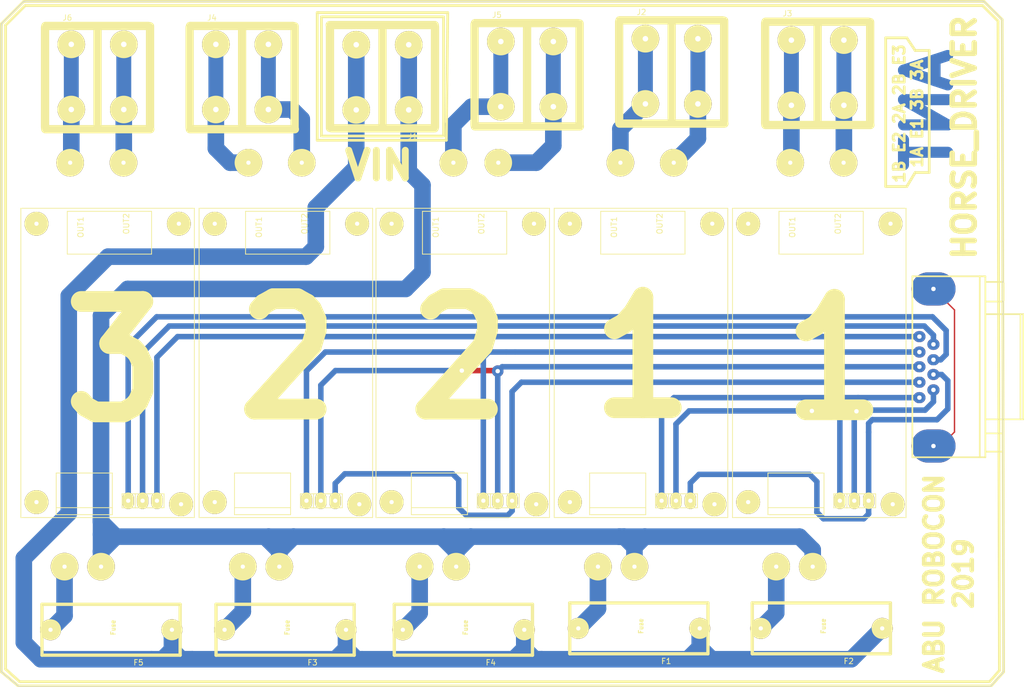
<source format=kicad_pcb>
(kicad_pcb (version 20171130) (host pcbnew "(5.0.2)-1")

  (general
    (thickness 1.6)
    (drawings 56)
    (tracks 216)
    (zones 0)
    (modules 17)
    (nets 28)
  )

  (page A4)
  (layers
    (0 F.Cu signal)
    (31 B.Cu signal)
    (32 B.Adhes user)
    (33 F.Adhes user)
    (34 B.Paste user)
    (35 F.Paste user)
    (36 B.SilkS user)
    (37 F.SilkS user)
    (38 B.Mask user)
    (39 F.Mask user)
    (40 Dwgs.User user)
    (41 Cmts.User user)
    (42 Eco1.User user)
    (43 Eco2.User user)
    (44 Edge.Cuts user)
    (45 Margin user)
    (46 B.CrtYd user)
    (47 F.CrtYd user)
    (48 B.Fab user)
    (49 F.Fab user)
  )

  (setup
    (last_trace_width 0.25)
    (user_trace_width 0.8)
    (user_trace_width 1)
    (user_trace_width 2)
    (user_trace_width 2.5)
    (user_trace_width 2.7)
    (user_trace_width 3)
    (trace_clearance 0.2)
    (zone_clearance 1)
    (zone_45_only yes)
    (trace_min 0.2)
    (segment_width 0.5)
    (edge_width 0.15)
    (via_size 0.8)
    (via_drill 0.4)
    (via_min_size 0.4)
    (via_min_drill 0.3)
    (user_via 2.1 0.8)
    (uvia_size 0.3)
    (uvia_drill 0.1)
    (uvias_allowed no)
    (uvia_min_size 0.2)
    (uvia_min_drill 0.1)
    (pcb_text_width 0.3)
    (pcb_text_size 1.5 1.5)
    (mod_edge_width 0.15)
    (mod_text_size 1 1)
    (mod_text_width 0.15)
    (pad_size 4 4)
    (pad_drill 0.762)
    (pad_to_mask_clearance 0.051)
    (solder_mask_min_width 0.25)
    (aux_axis_origin 0 0)
    (visible_elements 7FFFFFFF)
    (pcbplotparams
      (layerselection 0x010fc_ffffffff)
      (usegerberextensions false)
      (usegerberattributes false)
      (usegerberadvancedattributes false)
      (creategerberjobfile false)
      (excludeedgelayer true)
      (linewidth 0.100000)
      (plotframeref false)
      (viasonmask false)
      (mode 1)
      (useauxorigin false)
      (hpglpennumber 1)
      (hpglpenspeed 20)
      (hpglpendiameter 15.000000)
      (psnegative false)
      (psa4output false)
      (plotreference true)
      (plotvalue true)
      (plotinvisibletext false)
      (padsonsilk false)
      (subtractmaskfromsilk false)
      (outputformat 1)
      (mirror false)
      (drillshape 1)
      (scaleselection 1)
      (outputdirectory ""))
  )

  (net 0 "")
  (net 1 "Net-(F1-Pad1)")
  (net 2 +24V)
  (net 3 "Net-(F2-Pad1)")
  (net 4 "Net-(F3-Pad1)")
  (net 5 "Net-(F4-Pad1)")
  (net 6 "Net-(F5-Pad1)")
  (net 7 GND)
  (net 8 "Net-(J2-Pad1)")
  (net 9 "Net-(J2-Pad2)")
  (net 10 "Net-(J3-Pad2)")
  (net 11 "Net-(J3-Pad1)")
  (net 12 "Net-(J4-Pad2)")
  (net 13 "Net-(J4-Pad1)")
  (net 14 "Net-(J5-Pad1)")
  (net 15 "Net-(J5-Pad2)")
  (net 16 "Net-(J6-Pad2)")
  (net 17 "Net-(J6-Pad1)")
  (net 18 "Net-(J7-Pad0)")
  (net 19 /E1)
  (net 20 /I1A)
  (net 21 /I1B)
  (net 22 /I2B)
  (net 23 /I2A)
  (net 24 /E2)
  (net 25 /I3B)
  (net 26 /I3A)
  (net 27 /E3)

  (net_class Default "This is the default net class."
    (clearance 0.2)
    (trace_width 0.25)
    (via_dia 0.8)
    (via_drill 0.4)
    (uvia_dia 0.3)
    (uvia_drill 0.1)
    (add_net +24V)
    (add_net /E1)
    (add_net /E2)
    (add_net /E3)
    (add_net /I1A)
    (add_net /I1B)
    (add_net /I2A)
    (add_net /I2B)
    (add_net /I3A)
    (add_net /I3B)
    (add_net GND)
    (add_net "Net-(F1-Pad1)")
    (add_net "Net-(F2-Pad1)")
    (add_net "Net-(F3-Pad1)")
    (add_net "Net-(F4-Pad1)")
    (add_net "Net-(F5-Pad1)")
    (add_net "Net-(J2-Pad1)")
    (add_net "Net-(J2-Pad2)")
    (add_net "Net-(J3-Pad1)")
    (add_net "Net-(J3-Pad2)")
    (add_net "Net-(J4-Pad1)")
    (add_net "Net-(J4-Pad2)")
    (add_net "Net-(J5-Pad1)")
    (add_net "Net-(J5-Pad2)")
    (add_net "Net-(J6-Pad1)")
    (add_net "Net-(J6-Pad2)")
    (add_net "Net-(J7-Pad0)")
  )

  (module modFiles:H_Bridge (layer F.Cu) (tedit 5D19726F) (tstamp 5D195244)
    (at 196.088 114.554 270)
    (path /5D194DCC)
    (fp_text reference U2 (at -6.1722 7.1882 270) (layer F.SilkS) hide
      (effects (font (size 1 1) (thickness 0.15)))
    )
    (fp_text value Motor_Driver (at 0 -20.955 270) (layer F.SilkS) hide
      (effects (font (size 1 1) (thickness 0.15)))
    )
    (fp_line (start 2.52476 -2.55016) (end 2.52476 7.59968) (layer F.SilkS) (width 0.15))
    (fp_line (start 3.79984 -2.55016) (end 3.79984 7.59968) (layer F.SilkS) (width 0.15))
    (fp_line (start 3.79984 7.59968) (end -3.74904 7.59968) (layer F.SilkS) (width 0.15))
    (fp_line (start -3.74904 7.59968) (end -3.74904 -2.55016) (layer F.SilkS) (width 0.15))
    (fp_line (start -3.74904 -2.55016) (end 3.79984 -2.55016) (layer F.SilkS) (width 0.15))
    (fp_line (start 0.01524 -6.69544) (end 2.57048 -6.69544) (layer F.SilkS) (width 0.15))
    (fp_line (start 2.57048 -6.69544) (end 2.55016 -6.70052) (layer F.SilkS) (width 0.15))
    (fp_line (start 2.54508 -11.89736) (end 2.55524 -4.32308) (layer F.SilkS) (width 0.15))
    (fp_line (start 2.55524 -4.32308) (end 0.02032 -4.32308) (layer F.SilkS) (width 0.15))
    (fp_line (start 0.02032 -4.32308) (end 0.02032 -11.89736) (layer F.SilkS) (width 0.15))
    (fp_line (start 0.02032 -11.89736) (end 2.54508 -11.89736) (layer F.SilkS) (width 0.15))
    (fp_text user OUT2 (at -48.895 -5.08 270) (layer F.SilkS)
      (effects (font (size 1 1) (thickness 0.15)))
    )
    (fp_text user OUT1 (at -48.26 3.175 270) (layer F.SilkS)
      (effects (font (size 1 1) (thickness 0.15)))
    )
    (fp_line (start -51.13528 -9.652) (end -43.38828 -9.652) (layer F.SilkS) (width 0.15))
    (fp_line (start -43.38828 -9.652) (end -43.38828 5.59816) (layer F.SilkS) (width 0.15))
    (fp_line (start -43.38828 5.59816) (end -51.13528 5.59816) (layer F.SilkS) (width 0.15))
    (fp_line (start -51.13528 5.59816) (end -51.13528 -9.652) (layer F.SilkS) (width 0.15))
    (fp_line (start -51.69408 -17.39392) (end 4.30784 -17.39392) (layer F.SilkS) (width 0.15))
    (fp_line (start 4.30784 -17.39392) (end 4.30784 14.00556) (layer F.SilkS) (width 0.15))
    (fp_line (start 4.30784 14.00556) (end -51.69408 14.00556) (layer F.SilkS) (width 0.15))
    (fp_line (start -51.69408 14.00556) (end -51.69408 -17.39392) (layer F.SilkS) (width 0.15))
    (pad "" thru_hole circle (at -48.895 -14.58976 270) (size 4.318 4.318) (drill 0.762) (layers *.Cu *.Mask F.SilkS))
    (pad "" thru_hole circle (at 1.905 -14.986 270) (size 4.318 4.318) (drill 0.762) (layers *.Cu *.Mask F.SilkS))
    (pad "" thru_hole circle (at 1.51892 11.176 270) (size 4.318 4.318) (drill 0.762) (layers *.Cu *.Mask F.SilkS))
    (pad "" thru_hole circle (at -48.88992 11.176 270) (size 4.318 4.318) (drill 0.762) (layers *.Cu *.Mask F.SilkS))
    (pad 2 thru_hole circle (at -59.944 -6.096 270) (size 5 5) (drill 0.762) (layers *.Cu *.Mask F.SilkS)
      (net 10 "Net-(J3-Pad2)"))
    (pad 1 thru_hole circle (at -59.944 3.556 270) (size 5 5) (drill 0.762) (layers *.Cu *.Mask F.SilkS)
      (net 11 "Net-(J3-Pad1)"))
    (pad 3 thru_hole oval (at 1.27 -10.62228 270) (size 3 2.032) (drill 0.762) (layers *.Cu *.Mask F.SilkS)
      (net 19 /E1) (clearance 0.254))
    (pad 4 thru_hole oval (at 1.27 -8.02132 270) (size 3 2.032) (drill 0.762) (layers *.Cu *.Mask F.SilkS)
      (net 20 /I1A) (clearance -0.254))
    (pad 5 thru_hole oval (at 1.27 -5.42036 270) (size 3 2.032) (drill 0.762) (layers *.Cu *.Mask F.SilkS)
      (net 21 /I1B) (clearance -0.254))
    (pad 7 thru_hole circle (at 13.208 -0.508 270) (size 5 5) (drill 0.762) (layers *.Cu *.Mask F.SilkS)
      (net 7 GND))
    (pad 6 thru_hole circle (at 13.208 6.096 270) (size 5 5) (drill 0.762) (layers *.Cu *.Mask F.SilkS)
      (net 3 "Net-(F2-Pad1)"))
  )

  (module modFiles:H_Bridge (layer F.Cu) (tedit 5D197211) (tstamp 5D19528C)
    (at 131.572 114.554 270)
    (path /5D194E29)
    (fp_text reference U4 (at -6.1722 7.1882 270) (layer F.SilkS) hide
      (effects (font (size 1 1) (thickness 0.15)))
    )
    (fp_text value Motor_Driver (at 0 -20.955 270) (layer F.SilkS) hide
      (effects (font (size 1 1) (thickness 0.15)))
    )
    (fp_line (start 2.52476 -2.55016) (end 2.52476 7.59968) (layer F.SilkS) (width 0.15))
    (fp_line (start 3.79984 -2.55016) (end 3.79984 7.59968) (layer F.SilkS) (width 0.15))
    (fp_line (start 3.79984 7.59968) (end -3.74904 7.59968) (layer F.SilkS) (width 0.15))
    (fp_line (start -3.74904 7.59968) (end -3.74904 -2.55016) (layer F.SilkS) (width 0.15))
    (fp_line (start -3.74904 -2.55016) (end 3.79984 -2.55016) (layer F.SilkS) (width 0.15))
    (fp_line (start 0.01524 -6.69544) (end 2.57048 -6.69544) (layer F.SilkS) (width 0.15))
    (fp_line (start 2.57048 -6.69544) (end 2.55016 -6.70052) (layer F.SilkS) (width 0.15))
    (fp_line (start 2.54508 -11.89736) (end 2.55524 -4.32308) (layer F.SilkS) (width 0.15))
    (fp_line (start 2.55524 -4.32308) (end 0.02032 -4.32308) (layer F.SilkS) (width 0.15))
    (fp_line (start 0.02032 -4.32308) (end 0.02032 -11.89736) (layer F.SilkS) (width 0.15))
    (fp_line (start 0.02032 -11.89736) (end 2.54508 -11.89736) (layer F.SilkS) (width 0.15))
    (fp_text user OUT2 (at -48.895 -5.08 270) (layer F.SilkS)
      (effects (font (size 1 1) (thickness 0.15)))
    )
    (fp_text user OUT1 (at -48.26 3.175 270) (layer F.SilkS)
      (effects (font (size 1 1) (thickness 0.15)))
    )
    (fp_line (start -51.13528 -9.652) (end -43.38828 -9.652) (layer F.SilkS) (width 0.15))
    (fp_line (start -43.38828 -9.652) (end -43.38828 5.59816) (layer F.SilkS) (width 0.15))
    (fp_line (start -43.38828 5.59816) (end -51.13528 5.59816) (layer F.SilkS) (width 0.15))
    (fp_line (start -51.13528 5.59816) (end -51.13528 -9.652) (layer F.SilkS) (width 0.15))
    (fp_line (start -51.69408 -17.39392) (end 4.30784 -17.39392) (layer F.SilkS) (width 0.15))
    (fp_line (start 4.30784 -17.39392) (end 4.30784 14.00556) (layer F.SilkS) (width 0.15))
    (fp_line (start 4.30784 14.00556) (end -51.69408 14.00556) (layer F.SilkS) (width 0.15))
    (fp_line (start -51.69408 14.00556) (end -51.69408 -17.39392) (layer F.SilkS) (width 0.15))
    (pad "" thru_hole circle (at -48.895 -14.58976 270) (size 4.318 4.318) (drill 0.762) (layers *.Cu *.Mask F.SilkS))
    (pad "" thru_hole circle (at 1.905 -14.986 270) (size 4.318 4.318) (drill 0.762) (layers *.Cu *.Mask F.SilkS))
    (pad "" thru_hole circle (at 1.51892 11.176 270) (size 4.318 4.318) (drill 0.762) (layers *.Cu *.Mask F.SilkS))
    (pad "" thru_hole circle (at -48.88992 11.176 270) (size 4.318 4.318) (drill 0.762) (layers *.Cu *.Mask F.SilkS))
    (pad 2 thru_hole circle (at -59.944 -8.128 270) (size 5 5) (drill 0.762) (layers *.Cu *.Mask F.SilkS)
      (net 15 "Net-(J5-Pad2)"))
    (pad 1 thru_hole circle (at -59.944 0 270) (size 5 5) (drill 0.762) (layers *.Cu *.Mask F.SilkS)
      (net 14 "Net-(J5-Pad1)"))
    (pad 3 thru_hole oval (at 1.27 -10.62228 270) (size 3 2.032) (drill 0.762) (layers *.Cu *.Mask F.SilkS)
      (net 24 /E2) (clearance 0.254))
    (pad 4 thru_hole oval (at 1.27 -8.02132 270) (size 3 2.032) (drill 0.762) (layers *.Cu *.Mask F.SilkS)
      (net 23 /I2A) (clearance -0.254))
    (pad 5 thru_hole oval (at 1.27 -5.42036 270) (size 3 2.032) (drill 0.762) (layers *.Cu *.Mask F.SilkS)
      (net 22 /I2B) (clearance -0.254))
    (pad 7 thru_hole circle (at 13.208 -0.508 270) (size 5 5) (drill 0.762) (layers *.Cu *.Mask F.SilkS)
      (net 7 GND))
    (pad 6 thru_hole circle (at 13.208 6.096 270) (size 5 5) (drill 0.762) (layers *.Cu *.Mask F.SilkS)
      (net 5 "Net-(F4-Pad1)"))
  )

  (module modFiles:H_Bridge (layer F.Cu) (tedit 5D197157) (tstamp 5D195220)
    (at 163.83 114.554 270)
    (path /5D194D0F)
    (fp_text reference U1 (at -6.1722 7.1882 270) (layer F.SilkS) hide
      (effects (font (size 1 1) (thickness 0.15)))
    )
    (fp_text value Motor_Driver (at 0 -20.955 270) (layer F.SilkS) hide
      (effects (font (size 1 1) (thickness 0.15)))
    )
    (fp_line (start 2.52476 -2.55016) (end 2.52476 7.59968) (layer F.SilkS) (width 0.15))
    (fp_line (start 3.79984 -2.55016) (end 3.79984 7.59968) (layer F.SilkS) (width 0.15))
    (fp_line (start 3.79984 7.59968) (end -3.74904 7.59968) (layer F.SilkS) (width 0.15))
    (fp_line (start -3.74904 7.59968) (end -3.74904 -2.55016) (layer F.SilkS) (width 0.15))
    (fp_line (start -3.74904 -2.55016) (end 3.79984 -2.55016) (layer F.SilkS) (width 0.15))
    (fp_line (start 0.01524 -6.69544) (end 2.57048 -6.69544) (layer F.SilkS) (width 0.15))
    (fp_line (start 2.57048 -6.69544) (end 2.55016 -6.70052) (layer F.SilkS) (width 0.15))
    (fp_line (start 2.54508 -11.89736) (end 2.55524 -4.32308) (layer F.SilkS) (width 0.15))
    (fp_line (start 2.55524 -4.32308) (end 0.02032 -4.32308) (layer F.SilkS) (width 0.15))
    (fp_line (start 0.02032 -4.32308) (end 0.02032 -11.89736) (layer F.SilkS) (width 0.15))
    (fp_line (start 0.02032 -11.89736) (end 2.54508 -11.89736) (layer F.SilkS) (width 0.15))
    (fp_text user OUT2 (at -48.895 -5.08 270) (layer F.SilkS)
      (effects (font (size 1 1) (thickness 0.15)))
    )
    (fp_text user OUT1 (at -48.26 3.175 270) (layer F.SilkS)
      (effects (font (size 1 1) (thickness 0.15)))
    )
    (fp_line (start -51.13528 -9.652) (end -43.38828 -9.652) (layer F.SilkS) (width 0.15))
    (fp_line (start -43.38828 -9.652) (end -43.38828 5.59816) (layer F.SilkS) (width 0.15))
    (fp_line (start -43.38828 5.59816) (end -51.13528 5.59816) (layer F.SilkS) (width 0.15))
    (fp_line (start -51.13528 5.59816) (end -51.13528 -9.652) (layer F.SilkS) (width 0.15))
    (fp_line (start -51.69408 -17.39392) (end 4.30784 -17.39392) (layer F.SilkS) (width 0.15))
    (fp_line (start 4.30784 -17.39392) (end 4.30784 14.00556) (layer F.SilkS) (width 0.15))
    (fp_line (start 4.30784 14.00556) (end -51.69408 14.00556) (layer F.SilkS) (width 0.15))
    (fp_line (start -51.69408 14.00556) (end -51.69408 -17.39392) (layer F.SilkS) (width 0.15))
    (pad "" thru_hole circle (at -48.895 -14.58976 270) (size 4.318 4.318) (drill 0.762) (layers *.Cu *.Mask F.SilkS))
    (pad "" thru_hole circle (at 1.905 -14.986 270) (size 4.318 4.318) (drill 0.762) (layers *.Cu *.Mask F.SilkS))
    (pad "" thru_hole circle (at 1.51892 11.176 270) (size 4.318 4.318) (drill 0.762) (layers *.Cu *.Mask F.SilkS))
    (pad "" thru_hole circle (at -48.88992 11.176 270) (size 4.318 4.318) (drill 0.762) (layers *.Cu *.Mask F.SilkS))
    (pad 2 thru_hole circle (at -59.944 -7.62 270) (size 5 5) (drill 0.762) (layers *.Cu *.Mask F.SilkS)
      (net 9 "Net-(J2-Pad2)"))
    (pad 1 thru_hole circle (at -59.944 2.032 270) (size 5 5) (drill 0.762) (layers *.Cu *.Mask F.SilkS)
      (net 8 "Net-(J2-Pad1)"))
    (pad 3 thru_hole oval (at 1.27 -10.62228 270) (size 3 2.032) (drill 0.762) (layers *.Cu *.Mask F.SilkS)
      (net 19 /E1) (clearance 0.254))
    (pad 4 thru_hole oval (at 1.27 -8.02132 270) (size 3 2.032) (drill 0.762) (layers *.Cu *.Mask F.SilkS)
      (net 20 /I1A) (clearance -0.254))
    (pad 5 thru_hole oval (at 1.27 -5.42036 270) (size 3 2.032) (drill 0.762) (layers *.Cu *.Mask F.SilkS)
      (net 21 /I1B) (clearance -0.254))
    (pad 7 thru_hole circle (at 13.208 -0.508 270) (size 5 5) (drill 0.762) (layers *.Cu *.Mask F.SilkS)
      (net 7 GND))
    (pad 6 thru_hole circle (at 13.208 6.096 270) (size 5 5) (drill 0.762) (layers *.Cu *.Mask F.SilkS)
      (net 1 "Net-(F1-Pad1)"))
  )

  (module modFiles:Connector_DB_9 (layer F.Cu) (tedit 5D196915) (tstamp 5D1951FC)
    (at 215.9 86.106 270)
    (descr "Connecteur DB9 femelle couche")
    (tags "CONN DB9")
    (path /5D195526)
    (fp_text reference J7 (at 5.46 2.28 270) (layer F.SilkS) hide
      (effects (font (size 1 1) (thickness 0.15)))
    )
    (fp_text value DB9_Female_MountingHoles (at 6.35 -6.35 270) (layer F.Fab)
      (effects (font (size 1 1) (thickness 0.15)))
    )
    (fp_line (start 20.828 -11.938) (end 20.828 -14.986) (layer F.SilkS) (width 0.3))
    (fp_line (start 20.828 -14.986) (end 20.574 -15.24) (layer F.SilkS) (width 0.3))
    (fp_line (start 20.574 -15.24) (end 17.78 -15.24) (layer F.SilkS) (width 0.3))
    (fp_line (start 17.78 -15.24) (end 17.526 -14.986) (layer F.SilkS) (width 0.3))
    (fp_line (start 17.526 -14.986) (end 17.526 -11.938) (layer F.SilkS) (width 0.3))
    (fp_line (start -10.922 -11.938) (end -10.922 -11.684) (layer F.SilkS) (width 0.3))
    (fp_line (start -9.906 -11.938) (end -9.906 -14.986) (layer F.SilkS) (width 0.3))
    (fp_line (start -9.906 -14.986) (end -9.652 -15.24) (layer F.SilkS) (width 0.3))
    (fp_line (start -9.652 -15.24) (end -6.604 -15.24) (layer F.SilkS) (width 0.3))
    (fp_line (start -6.604 -15.24) (end -6.35 -14.986) (layer F.SilkS) (width 0.3))
    (fp_line (start -6.35 -14.986) (end -6.35 -11.938) (layer F.SilkS) (width 0.3))
    (fp_line (start -4.064 -18.288) (end 14.986 -18.288) (layer F.SilkS) (width 0.3))
    (fp_line (start -4.064 -11.938) (end -4.064 -18.796) (layer F.SilkS) (width 0.3))
    (fp_line (start -4.064 -18.796) (end 14.986 -18.796) (layer F.SilkS) (width 0.3))
    (fp_line (start 14.986 -18.796) (end 14.986 -11.938) (layer F.SilkS) (width 0.3))
    (fp_line (start -10.922 -10.922) (end -10.922 -11.684) (layer F.SilkS) (width 0.3))
    (fp_line (start -10.922 -11.938) (end 20.574 -11.938) (layer F.SilkS) (width 0.3))
    (fp_line (start 20.574 -11.938) (end 21.844 -11.938) (layer F.SilkS) (width 0.3))
    (fp_line (start 21.844 -11.938) (end 21.844 -10.922) (layer F.SilkS) (width 0.3))
    (fp_line (start 21.844 1.016) (end 21.844 1.27) (layer F.SilkS) (width 0.3))
    (fp_line (start 21.844 1.27) (end 3.556 1.27) (layer F.SilkS) (width 0.3))
    (fp_line (start 3.556 1.27) (end -10.922 1.27) (layer F.SilkS) (width 0.3))
    (fp_line (start -10.922 1.27) (end -10.922 1.016) (layer F.SilkS) (width 0.3))
    (fp_line (start 21.59 -10.922) (end 21.844 -10.922) (layer F.SilkS) (width 0.3))
    (fp_line (start 21.844 -10.922) (end 21.844 1.016) (layer F.SilkS) (width 0.3))
    (fp_line (start 21.59 -10.922) (end -5.588 -10.922) (layer F.SilkS) (width 0.3))
    (fp_line (start -5.588 -10.922) (end -10.16 -10.922) (layer F.SilkS) (width 0.3))
    (fp_line (start -10.16 -10.922) (end -10.922 -10.922) (layer F.SilkS) (width 0.3))
    (fp_line (start -10.922 -10.922) (end -10.922 1.016) (layer F.SilkS) (width 0.3))
    (pad 9 thru_hole oval (at 9.65 -2.54 270) (size 2 2.2) (drill 0.8) (layers *.Cu *.Mask)
      (net 20 /I1A))
    (pad 8 thru_hole oval (at 6.86 -2.54 270) (size 2 2.2) (drill 0.8) (layers *.Cu *.Mask)
      (net 19 /E1))
    (pad 7 thru_hole oval (at 4.19 -2.54 270) (size 2 2.2) (drill 0.8) (layers *.Cu *.Mask)
      (net 25 /I3B))
    (pad 6 thru_hole oval (at 1.4 -2.54 270) (size 2 2.2) (drill 0.8) (layers *.Cu *.Mask)
      (net 26 /I3A))
    (pad 5 thru_hole oval (at 11.05 0 270) (size 2 2.2) (drill 0.8) (layers *.Cu *.Mask)
      (net 21 /I1B))
    (pad 4 thru_hole oval (at 8.26 0 270) (size 2 2.2) (drill 0.8) (layers *.Cu *.Mask)
      (net 24 /E2))
    (pad 3 thru_hole oval (at 5.46 0 270) (size 2 2.2) (drill 0.8) (layers *.Cu *.Mask)
      (net 23 /I2A))
    (pad 2 thru_hole oval (at 2.79 0 270) (size 2 2.2) (drill 0.8) (layers *.Cu *.Mask)
      (net 22 /I2B))
    (pad 1 thru_hole oval (at 0 0 270) (size 2 2.2) (drill 0.8) (layers *.Cu *.Mask)
      (net 27 /E3))
    (pad 0 thru_hole oval (at -8.636 -2.54 270) (size 6 8) (drill 0.8) (layers *.Cu *.Mask)
      (net 18 "Net-(J7-Pad0)"))
    (pad 0 thru_hole oval (at 19.812 -2.54 270) (size 6 8) (drill 0.8) (layers *.Cu *.Mask)
      (net 18 "Net-(J7-Pad0)"))
    (model _3D/Used/db_9f.wrl
      (offset (xyz 5.5371999168396 8.381999874114991 0))
      (scale (xyz 1 1 1))
      (rotate (xyz 0 0 180))
    )
  )

  (module modFiles:H_Bridge (layer F.Cu) (tedit 5D196879) (tstamp 5D1952B0)
    (at 67.31 114.554 270)
    (path /5D194E59)
    (fp_text reference U5 (at -6.1722 7.1882 270) (layer F.SilkS) hide
      (effects (font (size 1 1) (thickness 0.15)))
    )
    (fp_text value Motor_Driver (at 0 -20.955 270) (layer F.SilkS) hide
      (effects (font (size 1 1) (thickness 0.15)))
    )
    (fp_line (start 2.52476 -2.55016) (end 2.52476 7.59968) (layer F.SilkS) (width 0.15))
    (fp_line (start 3.79984 -2.55016) (end 3.79984 7.59968) (layer F.SilkS) (width 0.15))
    (fp_line (start 3.79984 7.59968) (end -3.74904 7.59968) (layer F.SilkS) (width 0.15))
    (fp_line (start -3.74904 7.59968) (end -3.74904 -2.55016) (layer F.SilkS) (width 0.15))
    (fp_line (start -3.74904 -2.55016) (end 3.79984 -2.55016) (layer F.SilkS) (width 0.15))
    (fp_line (start 0.01524 -6.69544) (end 2.57048 -6.69544) (layer F.SilkS) (width 0.15))
    (fp_line (start 2.57048 -6.69544) (end 2.55016 -6.70052) (layer F.SilkS) (width 0.15))
    (fp_line (start 2.54508 -11.89736) (end 2.55524 -4.32308) (layer F.SilkS) (width 0.15))
    (fp_line (start 2.55524 -4.32308) (end 0.02032 -4.32308) (layer F.SilkS) (width 0.15))
    (fp_line (start 0.02032 -4.32308) (end 0.02032 -11.89736) (layer F.SilkS) (width 0.15))
    (fp_line (start 0.02032 -11.89736) (end 2.54508 -11.89736) (layer F.SilkS) (width 0.15))
    (fp_text user OUT2 (at -48.895 -5.08 270) (layer F.SilkS)
      (effects (font (size 1 1) (thickness 0.15)))
    )
    (fp_text user OUT1 (at -48.26 3.175 270) (layer F.SilkS)
      (effects (font (size 1 1) (thickness 0.15)))
    )
    (fp_line (start -51.13528 -9.652) (end -43.38828 -9.652) (layer F.SilkS) (width 0.15))
    (fp_line (start -43.38828 -9.652) (end -43.38828 5.59816) (layer F.SilkS) (width 0.15))
    (fp_line (start -43.38828 5.59816) (end -51.13528 5.59816) (layer F.SilkS) (width 0.15))
    (fp_line (start -51.13528 5.59816) (end -51.13528 -9.652) (layer F.SilkS) (width 0.15))
    (fp_line (start -51.69408 -17.39392) (end 4.30784 -17.39392) (layer F.SilkS) (width 0.15))
    (fp_line (start 4.30784 -17.39392) (end 4.30784 14.00556) (layer F.SilkS) (width 0.15))
    (fp_line (start 4.30784 14.00556) (end -51.69408 14.00556) (layer F.SilkS) (width 0.15))
    (fp_line (start -51.69408 14.00556) (end -51.69408 -17.39392) (layer F.SilkS) (width 0.15))
    (pad "" thru_hole circle (at -48.895 -14.58976 270) (size 4.318 4.318) (drill 0.762) (layers *.Cu *.Mask F.SilkS))
    (pad "" thru_hole circle (at 1.905 -14.986 270) (size 4.318 4.318) (drill 0.762) (layers *.Cu *.Mask F.SilkS))
    (pad "" thru_hole circle (at 1.51892 11.176 270) (size 4.318 4.318) (drill 0.762) (layers *.Cu *.Mask F.SilkS))
    (pad "" thru_hole circle (at -48.88992 11.176 270) (size 4.318 4.318) (drill 0.762) (layers *.Cu *.Mask F.SilkS))
    (pad 2 thru_hole circle (at -59.944 -4.572 270) (size 5 5) (drill 0.762) (layers *.Cu *.Mask F.SilkS)
      (net 16 "Net-(J6-Pad2)"))
    (pad 1 thru_hole circle (at -59.944 5.08 270) (size 5 5) (drill 0.762) (layers *.Cu *.Mask F.SilkS)
      (net 17 "Net-(J6-Pad1)"))
    (pad 3 thru_hole oval (at 1.27 -10.62228 270) (size 3 2.032) (drill 0.762) (layers *.Cu *.Mask F.SilkS)
      (net 27 /E3) (clearance 0.254))
    (pad 4 thru_hole oval (at 1.27 -8.02132 270) (size 3 2.032) (drill 0.762) (layers *.Cu *.Mask F.SilkS)
      (net 26 /I3A) (clearance -0.254))
    (pad 5 thru_hole oval (at 1.27 -5.42036 270) (size 3 2.032) (drill 0.762) (layers *.Cu *.Mask F.SilkS)
      (net 25 /I3B) (clearance -0.254))
    (pad 7 thru_hole circle (at 13.208 -0.508 270) (size 5 5) (drill 0.762) (layers *.Cu *.Mask F.SilkS)
      (net 7 GND))
    (pad 6 thru_hole circle (at 13.208 6.096 270) (size 5 5) (drill 0.762) (layers *.Cu *.Mask F.SilkS)
      (net 6 "Net-(F5-Pad1)"))
  )

  (module modFiles:H_Bridge (layer F.Cu) (tedit 5D196879) (tstamp 5D195268)
    (at 99.568 114.554 270)
    (path /5D194DF4)
    (fp_text reference U3 (at -6.1722 7.1882 270) (layer F.SilkS) hide
      (effects (font (size 1 1) (thickness 0.15)))
    )
    (fp_text value Motor_Driver (at 0 -20.955 270) (layer F.SilkS) hide
      (effects (font (size 1 1) (thickness 0.15)))
    )
    (fp_line (start 2.52476 -2.55016) (end 2.52476 7.59968) (layer F.SilkS) (width 0.15))
    (fp_line (start 3.79984 -2.55016) (end 3.79984 7.59968) (layer F.SilkS) (width 0.15))
    (fp_line (start 3.79984 7.59968) (end -3.74904 7.59968) (layer F.SilkS) (width 0.15))
    (fp_line (start -3.74904 7.59968) (end -3.74904 -2.55016) (layer F.SilkS) (width 0.15))
    (fp_line (start -3.74904 -2.55016) (end 3.79984 -2.55016) (layer F.SilkS) (width 0.15))
    (fp_line (start 0.01524 -6.69544) (end 2.57048 -6.69544) (layer F.SilkS) (width 0.15))
    (fp_line (start 2.57048 -6.69544) (end 2.55016 -6.70052) (layer F.SilkS) (width 0.15))
    (fp_line (start 2.54508 -11.89736) (end 2.55524 -4.32308) (layer F.SilkS) (width 0.15))
    (fp_line (start 2.55524 -4.32308) (end 0.02032 -4.32308) (layer F.SilkS) (width 0.15))
    (fp_line (start 0.02032 -4.32308) (end 0.02032 -11.89736) (layer F.SilkS) (width 0.15))
    (fp_line (start 0.02032 -11.89736) (end 2.54508 -11.89736) (layer F.SilkS) (width 0.15))
    (fp_text user OUT2 (at -48.895 -5.08 270) (layer F.SilkS)
      (effects (font (size 1 1) (thickness 0.15)))
    )
    (fp_text user OUT1 (at -48.26 3.175 270) (layer F.SilkS)
      (effects (font (size 1 1) (thickness 0.15)))
    )
    (fp_line (start -51.13528 -9.652) (end -43.38828 -9.652) (layer F.SilkS) (width 0.15))
    (fp_line (start -43.38828 -9.652) (end -43.38828 5.59816) (layer F.SilkS) (width 0.15))
    (fp_line (start -43.38828 5.59816) (end -51.13528 5.59816) (layer F.SilkS) (width 0.15))
    (fp_line (start -51.13528 5.59816) (end -51.13528 -9.652) (layer F.SilkS) (width 0.15))
    (fp_line (start -51.69408 -17.39392) (end 4.30784 -17.39392) (layer F.SilkS) (width 0.15))
    (fp_line (start 4.30784 -17.39392) (end 4.30784 14.00556) (layer F.SilkS) (width 0.15))
    (fp_line (start 4.30784 14.00556) (end -51.69408 14.00556) (layer F.SilkS) (width 0.15))
    (fp_line (start -51.69408 14.00556) (end -51.69408 -17.39392) (layer F.SilkS) (width 0.15))
    (pad "" thru_hole circle (at -48.895 -14.58976 270) (size 4.318 4.318) (drill 0.762) (layers *.Cu *.Mask F.SilkS))
    (pad "" thru_hole circle (at 1.905 -14.986 270) (size 4.318 4.318) (drill 0.762) (layers *.Cu *.Mask F.SilkS))
    (pad "" thru_hole circle (at 1.51892 11.176 270) (size 4.318 4.318) (drill 0.762) (layers *.Cu *.Mask F.SilkS))
    (pad "" thru_hole circle (at -48.88992 11.176 270) (size 4.318 4.318) (drill 0.762) (layers *.Cu *.Mask F.SilkS))
    (pad 2 thru_hole circle (at -59.944 -4.572 270) (size 5 5) (drill 0.762) (layers *.Cu *.Mask F.SilkS)
      (net 12 "Net-(J4-Pad2)"))
    (pad 1 thru_hole circle (at -59.944 5.08 270) (size 5 5) (drill 0.762) (layers *.Cu *.Mask F.SilkS)
      (net 13 "Net-(J4-Pad1)"))
    (pad 3 thru_hole oval (at 1.27 -10.62228 270) (size 3 2.032) (drill 0.762) (layers *.Cu *.Mask F.SilkS)
      (net 24 /E2) (clearance 0.254))
    (pad 4 thru_hole oval (at 1.27 -8.02132 270) (size 3 2.032) (drill 0.762) (layers *.Cu *.Mask F.SilkS)
      (net 23 /I2A) (clearance -0.254))
    (pad 5 thru_hole oval (at 1.27 -5.42036 270) (size 3 2.032) (drill 0.762) (layers *.Cu *.Mask F.SilkS)
      (net 22 /I2B) (clearance -0.254))
    (pad 7 thru_hole circle (at 13.208 -0.508 270) (size 5 5) (drill 0.762) (layers *.Cu *.Mask F.SilkS)
      (net 7 GND))
    (pad 6 thru_hole circle (at 13.208 6.096 270) (size 5 5) (drill 0.762) (layers *.Cu *.Mask F.SilkS)
      (net 4 "Net-(F3-Pad1)"))
  )

  (module modFiles:Fuse_Holder (layer F.Cu) (tedit 5ADE0D9F) (tstamp 5D19515A)
    (at 165.354 138.43 180)
    (path /5D196022)
    (fp_text reference F1 (at -4.7371 -6.4516 180) (layer F.SilkS)
      (effects (font (size 1 1) (thickness 0.15)))
    )
    (fp_text value Fuse (at -0.154 -0.098 270) (layer F.SilkS)
      (effects (font (size 0.8 0.8) (thickness 0.2)))
    )
    (fp_line (start -12.2809 4.1046) (end -12.2809 -5.1054) (layer F.SilkS) (width 0.6))
    (fp_line (start 12.7191 4.1046) (end -12.2809 4.1046) (layer F.SilkS) (width 0.6))
    (fp_line (start 12.7191 -5.1054) (end 12.7191 4.1046) (layer F.SilkS) (width 0.6))
    (fp_line (start -12.2809 -5.1054) (end 12.7191 -5.1054) (layer F.SilkS) (width 0.6))
    (pad 2 thru_hole circle (at -10.795 -0.508 270) (size 3.81 3.81) (drill 0.762) (layers *.Cu *.Mask F.SilkS)
      (net 2 +24V))
    (pad 1 thru_hole circle (at 11.176 -0.508 270) (size 3.81 3.81) (drill 0.762) (layers *.Cu *.Mask F.SilkS)
      (net 1 "Net-(F1-Pad1)"))
    (model _3D/Used/fuse_cq-200c.wrl
      (offset (xyz 0 0.5079999923706054 0))
      (scale (xyz 1 1 1))
      (rotate (xyz 0 0 90))
    )
  )

  (module modFiles:Fuse_Holder (layer F.Cu) (tedit 5ADE0D9F) (tstamp 5D195164)
    (at 198.374 138.43 180)
    (path /5D196165)
    (fp_text reference F2 (at -4.7371 -6.4516 180) (layer F.SilkS)
      (effects (font (size 1 1) (thickness 0.15)))
    )
    (fp_text value Fuse (at -0.154 -0.098 270) (layer F.SilkS)
      (effects (font (size 0.8 0.8) (thickness 0.2)))
    )
    (fp_line (start -12.2809 4.1046) (end -12.2809 -5.1054) (layer F.SilkS) (width 0.6))
    (fp_line (start 12.7191 4.1046) (end -12.2809 4.1046) (layer F.SilkS) (width 0.6))
    (fp_line (start 12.7191 -5.1054) (end 12.7191 4.1046) (layer F.SilkS) (width 0.6))
    (fp_line (start -12.2809 -5.1054) (end 12.7191 -5.1054) (layer F.SilkS) (width 0.6))
    (pad 2 thru_hole circle (at -10.795 -0.508 270) (size 3.81 3.81) (drill 0.762) (layers *.Cu *.Mask F.SilkS)
      (net 2 +24V))
    (pad 1 thru_hole circle (at 11.176 -0.508 270) (size 3.81 3.81) (drill 0.762) (layers *.Cu *.Mask F.SilkS)
      (net 3 "Net-(F2-Pad1)"))
    (model _3D/Used/fuse_cq-200c.wrl
      (offset (xyz 0 0.5079999923706054 0))
      (scale (xyz 1 1 1))
      (rotate (xyz 0 0 90))
    )
  )

  (module modFiles:Fuse_Holder (layer F.Cu) (tedit 5ADE0D9F) (tstamp 5D19516E)
    (at 101.346 138.684 180)
    (path /5D1961E1)
    (fp_text reference F3 (at -4.7371 -6.4516 180) (layer F.SilkS)
      (effects (font (size 1 1) (thickness 0.15)))
    )
    (fp_text value Fuse (at -0.154 -0.098 270) (layer F.SilkS)
      (effects (font (size 0.8 0.8) (thickness 0.2)))
    )
    (fp_line (start -12.2809 4.1046) (end -12.2809 -5.1054) (layer F.SilkS) (width 0.6))
    (fp_line (start 12.7191 4.1046) (end -12.2809 4.1046) (layer F.SilkS) (width 0.6))
    (fp_line (start 12.7191 -5.1054) (end 12.7191 4.1046) (layer F.SilkS) (width 0.6))
    (fp_line (start -12.2809 -5.1054) (end 12.7191 -5.1054) (layer F.SilkS) (width 0.6))
    (pad 2 thru_hole circle (at -10.795 -0.508 270) (size 3.81 3.81) (drill 0.762) (layers *.Cu *.Mask F.SilkS)
      (net 2 +24V))
    (pad 1 thru_hole circle (at 11.176 -0.508 270) (size 3.81 3.81) (drill 0.762) (layers *.Cu *.Mask F.SilkS)
      (net 4 "Net-(F3-Pad1)"))
    (model _3D/Used/fuse_cq-200c.wrl
      (offset (xyz 0 0.5079999923706054 0))
      (scale (xyz 1 1 1))
      (rotate (xyz 0 0 90))
    )
  )

  (module modFiles:Fuse_Holder (layer F.Cu) (tedit 5ADE0D9F) (tstamp 5D195178)
    (at 133.604 138.684 180)
    (path /5D196241)
    (fp_text reference F4 (at -4.7371 -6.4516 180) (layer F.SilkS)
      (effects (font (size 1 1) (thickness 0.15)))
    )
    (fp_text value Fuse (at -0.154 -0.098 270) (layer F.SilkS)
      (effects (font (size 0.8 0.8) (thickness 0.2)))
    )
    (fp_line (start -12.2809 4.1046) (end -12.2809 -5.1054) (layer F.SilkS) (width 0.6))
    (fp_line (start 12.7191 4.1046) (end -12.2809 4.1046) (layer F.SilkS) (width 0.6))
    (fp_line (start 12.7191 -5.1054) (end 12.7191 4.1046) (layer F.SilkS) (width 0.6))
    (fp_line (start -12.2809 -5.1054) (end 12.7191 -5.1054) (layer F.SilkS) (width 0.6))
    (pad 2 thru_hole circle (at -10.795 -0.508 270) (size 3.81 3.81) (drill 0.762) (layers *.Cu *.Mask F.SilkS)
      (net 2 +24V))
    (pad 1 thru_hole circle (at 11.176 -0.508 270) (size 3.81 3.81) (drill 0.762) (layers *.Cu *.Mask F.SilkS)
      (net 5 "Net-(F4-Pad1)"))
    (model _3D/Used/fuse_cq-200c.wrl
      (offset (xyz 0 0.5079999923706054 0))
      (scale (xyz 1 1 1))
      (rotate (xyz 0 0 90))
    )
  )

  (module modFiles:Fuse_Holder (layer F.Cu) (tedit 5ADE0D9F) (tstamp 5D195182)
    (at 69.85 138.684 180)
    (path /5D1962CD)
    (fp_text reference F5 (at -4.7371 -6.4516 180) (layer F.SilkS)
      (effects (font (size 1 1) (thickness 0.15)))
    )
    (fp_text value Fuse (at -0.154 -0.098 270) (layer F.SilkS)
      (effects (font (size 0.8 0.8) (thickness 0.2)))
    )
    (fp_line (start -12.2809 4.1046) (end -12.2809 -5.1054) (layer F.SilkS) (width 0.6))
    (fp_line (start 12.7191 4.1046) (end -12.2809 4.1046) (layer F.SilkS) (width 0.6))
    (fp_line (start 12.7191 -5.1054) (end 12.7191 4.1046) (layer F.SilkS) (width 0.6))
    (fp_line (start -12.2809 -5.1054) (end 12.7191 -5.1054) (layer F.SilkS) (width 0.6))
    (pad 2 thru_hole circle (at -10.795 -0.508 270) (size 3.81 3.81) (drill 0.762) (layers *.Cu *.Mask F.SilkS)
      (net 2 +24V))
    (pad 1 thru_hole circle (at 11.176 -0.508 270) (size 3.81 3.81) (drill 0.762) (layers *.Cu *.Mask F.SilkS)
      (net 6 "Net-(F5-Pad1)"))
    (model _3D/Used/fuse_cq-200c.wrl
      (offset (xyz 0 0.5079999923706054 0))
      (scale (xyz 1 1 1))
      (rotate (xyz 0 0 90))
    )
  )

  (module modFiles:Solar_Connector (layer F.Cu) (tedit 5ADE0D2B) (tstamp 5D19518F)
    (at 118.872 39.624 180)
    (path /5D1951C7)
    (fp_text reference J1 (at -5.334 -10.2362 180) (layer F.SilkS)
      (effects (font (size 1 1) (thickness 0.15)))
    )
    (fp_text value Conn_01x02 (at -8.128 -10.2362 180) (layer F.SilkS) hide
      (effects (font (size 1 1) (thickness 0.15)))
    )
    (fp_line (start 0.1274 8.9736) (end 0.1274 -8.0264) (layer F.SilkS) (width 1.5))
    (fp_line (start -9.3726 -8.5) (end -9.3726 9.6) (layer F.SilkS) (width 1.5))
    (fp_line (start -9.3218 9.9388) (end 9.6782 9.9388) (layer F.SilkS) (width 1.5))
    (fp_line (start 9.6274 -8.7) (end 9.6274 9.5) (layer F.SilkS) (width 1.5))
    (fp_line (start -9.2964 -8.763) (end 9.3 -8.763) (layer F.SilkS) (width 1.5))
    (pad 2 thru_hole oval (at 4.8774 6.3736 270) (size 5 5) (drill 1) (layers *.Cu *.Mask F.SilkS)
      (net 2 +24V))
    (pad 1 thru_hole oval (at -4.6226 6.3736 270) (size 5 5) (drill 1) (layers *.Cu *.Mask F.SilkS)
      (net 7 GND))
    (pad 2 thru_hole oval (at 4.8774 -5.4264 270) (size 5 5) (drill 1) (layers *.Cu *.Mask F.SilkS)
      (net 2 +24V))
    (pad 1 thru_hole oval (at -4.6226 -5.4264 270) (size 5 5) (drill 1) (layers *.Cu *.Mask F.SilkS)
      (net 7 GND))
  )

  (module modFiles:Solar_Connector (layer F.Cu) (tedit 5ADE0D2B) (tstamp 5D19519C)
    (at 170.942 37.592)
    (path /5D194F26)
    (fp_text reference J2 (at -5.334 -10.2362) (layer F.SilkS)
      (effects (font (size 1 1) (thickness 0.15)))
    )
    (fp_text value Conn_01x02 (at -8.128 -10.2362) (layer F.SilkS) hide
      (effects (font (size 1 1) (thickness 0.15)))
    )
    (fp_line (start 0.1274 8.9736) (end 0.1274 -8.0264) (layer F.SilkS) (width 1.5))
    (fp_line (start -9.3726 -8.5) (end -9.3726 9.6) (layer F.SilkS) (width 1.5))
    (fp_line (start -9.3218 9.9388) (end 9.6782 9.9388) (layer F.SilkS) (width 1.5))
    (fp_line (start 9.6274 -8.7) (end 9.6274 9.5) (layer F.SilkS) (width 1.5))
    (fp_line (start -9.2964 -8.763) (end 9.3 -8.763) (layer F.SilkS) (width 1.5))
    (pad 2 thru_hole oval (at 4.8774 6.3736 90) (size 5 5) (drill 1) (layers *.Cu *.Mask F.SilkS)
      (net 9 "Net-(J2-Pad2)"))
    (pad 1 thru_hole oval (at -4.6226 6.3736 90) (size 5 5) (drill 1) (layers *.Cu *.Mask F.SilkS)
      (net 8 "Net-(J2-Pad1)"))
    (pad 2 thru_hole oval (at 4.8774 -5.4264 90) (size 5 5) (drill 1) (layers *.Cu *.Mask F.SilkS)
      (net 9 "Net-(J2-Pad2)"))
    (pad 1 thru_hole oval (at -4.6226 -5.4264 90) (size 5 5) (drill 1) (layers *.Cu *.Mask F.SilkS)
      (net 8 "Net-(J2-Pad1)"))
  )

  (module modFiles:Solar_Connector (layer F.Cu) (tedit 5ADE0D2B) (tstamp 5D1951A9)
    (at 197.358 37.846)
    (path /5D194FCB)
    (fp_text reference J3 (at -5.334 -10.2362) (layer F.SilkS)
      (effects (font (size 1 1) (thickness 0.15)))
    )
    (fp_text value Conn_01x02 (at -8.128 -10.2362) (layer F.SilkS) hide
      (effects (font (size 1 1) (thickness 0.15)))
    )
    (fp_line (start 0.1274 8.9736) (end 0.1274 -8.0264) (layer F.SilkS) (width 1.5))
    (fp_line (start -9.3726 -8.5) (end -9.3726 9.6) (layer F.SilkS) (width 1.5))
    (fp_line (start -9.3218 9.9388) (end 9.6782 9.9388) (layer F.SilkS) (width 1.5))
    (fp_line (start 9.6274 -8.7) (end 9.6274 9.5) (layer F.SilkS) (width 1.5))
    (fp_line (start -9.2964 -8.763) (end 9.3 -8.763) (layer F.SilkS) (width 1.5))
    (pad 2 thru_hole oval (at 4.8774 6.3736 90) (size 5 5) (drill 1) (layers *.Cu *.Mask F.SilkS)
      (net 10 "Net-(J3-Pad2)"))
    (pad 1 thru_hole oval (at -4.6226 6.3736 90) (size 5 5) (drill 1) (layers *.Cu *.Mask F.SilkS)
      (net 11 "Net-(J3-Pad1)"))
    (pad 2 thru_hole oval (at 4.8774 -5.4264 90) (size 5 5) (drill 1) (layers *.Cu *.Mask F.SilkS)
      (net 10 "Net-(J3-Pad2)"))
    (pad 1 thru_hole oval (at -4.6226 -5.4264 90) (size 5 5) (drill 1) (layers *.Cu *.Mask F.SilkS)
      (net 11 "Net-(J3-Pad1)"))
  )

  (module modFiles:Solar_Connector (layer F.Cu) (tedit 5ADE0D2B) (tstamp 5D1951B6)
    (at 93.218 38.608)
    (path /5D194FFF)
    (fp_text reference J4 (at -5.334 -10.2362) (layer F.SilkS)
      (effects (font (size 1 1) (thickness 0.15)))
    )
    (fp_text value Conn_01x02 (at -8.128 -10.2362) (layer F.SilkS) hide
      (effects (font (size 1 1) (thickness 0.15)))
    )
    (fp_line (start 0.1274 8.9736) (end 0.1274 -8.0264) (layer F.SilkS) (width 1.5))
    (fp_line (start -9.3726 -8.5) (end -9.3726 9.6) (layer F.SilkS) (width 1.5))
    (fp_line (start -9.3218 9.9388) (end 9.6782 9.9388) (layer F.SilkS) (width 1.5))
    (fp_line (start 9.6274 -8.7) (end 9.6274 9.5) (layer F.SilkS) (width 1.5))
    (fp_line (start -9.2964 -8.763) (end 9.3 -8.763) (layer F.SilkS) (width 1.5))
    (pad 2 thru_hole oval (at 4.8774 6.3736 90) (size 5 5) (drill 1) (layers *.Cu *.Mask F.SilkS)
      (net 12 "Net-(J4-Pad2)"))
    (pad 1 thru_hole oval (at -4.6226 6.3736 90) (size 5 5) (drill 1) (layers *.Cu *.Mask F.SilkS)
      (net 13 "Net-(J4-Pad1)"))
    (pad 2 thru_hole oval (at 4.8774 -5.4264 90) (size 5 5) (drill 1) (layers *.Cu *.Mask F.SilkS)
      (net 12 "Net-(J4-Pad2)"))
    (pad 1 thru_hole oval (at -4.6226 -5.4264 90) (size 5 5) (drill 1) (layers *.Cu *.Mask F.SilkS)
      (net 13 "Net-(J4-Pad1)"))
  )

  (module modFiles:Solar_Connector (layer F.Cu) (tedit 5ADE0D2B) (tstamp 5D1951C3)
    (at 144.78 38.1)
    (path /5D19506D)
    (fp_text reference J5 (at -5.334 -10.2362) (layer F.SilkS)
      (effects (font (size 1 1) (thickness 0.15)))
    )
    (fp_text value Conn_01x02 (at -8.128 -10.2362) (layer F.SilkS) hide
      (effects (font (size 1 1) (thickness 0.15)))
    )
    (fp_line (start 0.1274 8.9736) (end 0.1274 -8.0264) (layer F.SilkS) (width 1.5))
    (fp_line (start -9.3726 -8.5) (end -9.3726 9.6) (layer F.SilkS) (width 1.5))
    (fp_line (start -9.3218 9.9388) (end 9.6782 9.9388) (layer F.SilkS) (width 1.5))
    (fp_line (start 9.6274 -8.7) (end 9.6274 9.5) (layer F.SilkS) (width 1.5))
    (fp_line (start -9.2964 -8.763) (end 9.3 -8.763) (layer F.SilkS) (width 1.5))
    (pad 2 thru_hole oval (at 4.8774 6.3736 90) (size 5 5) (drill 1) (layers *.Cu *.Mask F.SilkS)
      (net 15 "Net-(J5-Pad2)"))
    (pad 1 thru_hole oval (at -4.6226 6.3736 90) (size 5 5) (drill 1) (layers *.Cu *.Mask F.SilkS)
      (net 14 "Net-(J5-Pad1)"))
    (pad 2 thru_hole oval (at 4.8774 -5.4264 90) (size 5 5) (drill 1) (layers *.Cu *.Mask F.SilkS)
      (net 15 "Net-(J5-Pad2)"))
    (pad 1 thru_hole oval (at -4.6226 -5.4264 90) (size 5 5) (drill 1) (layers *.Cu *.Mask F.SilkS)
      (net 14 "Net-(J5-Pad1)"))
  )

  (module modFiles:Solar_Connector (layer F.Cu) (tedit 5ADE0D2B) (tstamp 5D1951D0)
    (at 67.056 38.608)
    (path /5D1950A3)
    (fp_text reference J6 (at -5.334 -10.2362) (layer F.SilkS)
      (effects (font (size 1 1) (thickness 0.15)))
    )
    (fp_text value Conn_01x02 (at -8.128 -10.2362) (layer F.SilkS) hide
      (effects (font (size 1 1) (thickness 0.15)))
    )
    (fp_line (start 0.1274 8.9736) (end 0.1274 -8.0264) (layer F.SilkS) (width 1.5))
    (fp_line (start -9.3726 -8.5) (end -9.3726 9.6) (layer F.SilkS) (width 1.5))
    (fp_line (start -9.3218 9.9388) (end 9.6782 9.9388) (layer F.SilkS) (width 1.5))
    (fp_line (start 9.6274 -8.7) (end 9.6274 9.5) (layer F.SilkS) (width 1.5))
    (fp_line (start -9.2964 -8.763) (end 9.3 -8.763) (layer F.SilkS) (width 1.5))
    (pad 2 thru_hole oval (at 4.8774 6.3736 90) (size 5 5) (drill 1) (layers *.Cu *.Mask F.SilkS)
      (net 16 "Net-(J6-Pad2)"))
    (pad 1 thru_hole oval (at -4.6226 6.3736 90) (size 5 5) (drill 1) (layers *.Cu *.Mask F.SilkS)
      (net 17 "Net-(J6-Pad1)"))
    (pad 2 thru_hole oval (at 4.8774 -5.4264 90) (size 5 5) (drill 1) (layers *.Cu *.Mask F.SilkS)
      (net 16 "Net-(J6-Pad2)"))
    (pad 1 thru_hole oval (at -4.6226 -5.4264 90) (size 5 5) (drill 1) (layers *.Cu *.Mask F.SilkS)
      (net 17 "Net-(J6-Pad1)"))
  )

  (gr_text ANT (at 217.425 45.1 90) (layer B.Cu)
    (effects (font (size 8 8) (thickness 2)) (justify mirror))
  )
  (gr_line (start 209.804 58.928) (end 209.804 32.004) (angle 90) (layer F.SilkS) (width 0.5))
  (gr_line (start 213.614 58.928) (end 209.804 58.928) (angle 90) (layer F.SilkS) (width 0.5))
  (gr_line (start 215.138 56.388) (end 213.614 58.928) (angle 90) (layer F.SilkS) (width 0.5))
  (gr_line (start 217.678 56.388) (end 215.138 56.388) (angle 90) (layer F.SilkS) (width 0.5))
  (gr_line (start 217.678 34.29) (end 217.678 56.388) (angle 90) (layer F.SilkS) (width 0.5))
  (gr_line (start 215.138 34.29) (end 217.678 34.29) (angle 90) (layer F.SilkS) (width 0.5))
  (gr_line (start 213.614 32.004) (end 215.138 34.29) (angle 90) (layer F.SilkS) (width 0.5))
  (gr_line (start 209.804 32.004) (end 213.614 32.004) (angle 90) (layer F.SilkS) (width 0.5))
  (gr_text "1B E2 2A 2B E3\n1A E1 3B 3A\n" (at 213.868 45.72 90) (layer F.SilkS)
    (effects (font (size 2 2) (thickness 0.5)))
  )
  (gr_text HORSE_DRIVER (at 224.028 50.038 90) (layer F.SilkS)
    (effects (font (size 4 4) (thickness 1)))
  )
  (gr_line (start 106.934 27.432) (end 107.188 27.432) (angle 90) (layer F.SilkS) (width 0.5))
  (gr_line (start 106.934 50.546) (end 106.934 27.432) (angle 90) (layer F.SilkS) (width 0.5))
  (gr_line (start 130.302 50.546) (end 106.934 50.546) (angle 90) (layer F.SilkS) (width 0.5))
  (gr_line (start 130.556 27.432) (end 130.302 50.546) (angle 90) (layer F.SilkS) (width 0.5))
  (gr_line (start 107.188 27.432) (end 130.556 27.432) (angle 90) (layer F.SilkS) (width 0.5))
  (gr_line (start 107.696 49.784) (end 107.696 28.448) (angle 90) (layer F.SilkS) (width 0.5))
  (gr_line (start 129.794 49.784) (end 107.696 49.784) (angle 90) (layer F.SilkS) (width 0.5))
  (gr_line (start 129.794 28.448) (end 129.794 49.784) (angle 90) (layer F.SilkS) (width 0.5))
  (gr_line (start 107.696 28.194) (end 129.794 28.194) (angle 90) (layer F.SilkS) (width 0.5))
  (gr_text VIN (at 118.11 55.118) (layer F.SilkS)
    (effects (font (size 5 5) (thickness 1.25)))
  )
  (gr_text "ABU ROBOCON\n2019" (at 221.234 129.032 90) (layer F.SilkS)
    (effects (font (size 3.3 3.3) (thickness 0.825)))
  )
  (gr_line (start 49.784 29.464) (end 53.848 25.4) (angle 90) (layer Edge.Cuts) (width 0.15))
  (gr_line (start 49.784 146.812) (end 49.784 29.464) (angle 90) (layer Edge.Cuts) (width 0.15))
  (gr_line (start 52.832 149.352) (end 49.784 146.812) (angle 90) (layer Edge.Cuts) (width 0.15))
  (gr_line (start 228.854 149.352) (end 52.832 149.352) (angle 90) (layer Edge.Cuts) (width 0.15))
  (gr_line (start 231.14 146.812) (end 228.854 149.352) (angle 90) (layer Edge.Cuts) (width 0.15))
  (gr_line (start 230.886 28.702) (end 231.14 146.812) (angle 90) (layer Edge.Cuts) (width 0.15))
  (gr_line (start 227.584 25.4) (end 230.886 28.702) (angle 90) (layer Edge.Cuts) (width 0.15))
  (gr_line (start 53.848 25.4) (end 227.584 25.4) (angle 90) (layer Edge.Cuts) (width 0.15))
  (gr_line (start 53.848 25.4) (end 49.784 29.464) (angle 90) (layer F.SilkS) (width 0.5))
  (gr_line (start 54.102 25.4) (end 53.848 25.4) (angle 90) (layer F.SilkS) (width 0.5))
  (gr_line (start 49.784 29.718) (end 49.784 29.464) (angle 90) (layer F.SilkS) (width 0.5))
  (gr_line (start 49.784 146.812) (end 49.784 29.718) (angle 90) (layer F.SilkS) (width 0.5))
  (gr_line (start 52.832 149.352) (end 49.784 146.812) (angle 90) (layer F.SilkS) (width 0.5))
  (gr_line (start 228.854 149.352) (end 52.832 149.352) (angle 90) (layer F.SilkS) (width 0.5))
  (gr_line (start 229.108 149.098) (end 228.854 149.352) (angle 90) (layer F.SilkS) (width 0.5))
  (gr_line (start 231.14 146.812) (end 229.108 149.098) (angle 90) (layer F.SilkS) (width 0.5))
  (gr_line (start 231.14 146.558) (end 231.14 146.812) (angle 90) (layer F.SilkS) (width 0.5))
  (gr_line (start 230.886 28.702) (end 231.14 146.558) (angle 90) (layer F.SilkS) (width 0.5))
  (gr_line (start 227.584 25.4) (end 230.886 28.702) (angle 90) (layer F.SilkS) (width 0.5))
  (gr_line (start 227.33 25.4) (end 227.584 25.4) (angle 90) (layer F.SilkS) (width 0.5))
  (gr_line (start 54.102 25.4) (end 227.33 25.4) (angle 90) (layer F.SilkS) (width 0.5))
  (gr_line (start 53.086 148.59) (end 50.546 146.304) (angle 90) (layer F.SilkS) (width 0.5))
  (gr_line (start 228.6 148.59) (end 230.378 146.558) (angle 90) (layer F.SilkS) (width 0.5))
  (gr_line (start 53.086 148.59) (end 228.6 148.59) (angle 90) (layer F.SilkS) (width 0.5))
  (gr_line (start 227.33 26.162) (end 54.102 26.162) (angle 90) (layer F.SilkS) (width 0.5))
  (gr_line (start 230.124 28.956) (end 227.33 26.162) (angle 90) (layer F.SilkS) (width 0.5))
  (gr_line (start 230.378 146.558) (end 230.124 28.956) (angle 90) (layer F.SilkS) (width 0.5))
  (gr_line (start 50.546 29.718) (end 50.546 146.304) (angle 90) (layer F.SilkS) (width 0.5))
  (gr_line (start 54.102 26.162) (end 50.546 29.718) (angle 90) (layer F.SilkS) (width 0.5))
  (gr_text 1 (at 200.53 90.3) (layer F.SilkS) (tstamp 5D1B2872)
    (effects (font (size 20 18) (thickness 3.75)))
  )
  (gr_text 1 (at 165.86 89.92) (layer F.SilkS) (tstamp 5D1B286A)
    (effects (font (size 20 18) (thickness 3.75)))
  )
  (gr_text 2 (at 132.59 90.17) (layer F.SilkS) (tstamp 5D1B2868)
    (effects (font (size 20 18) (thickness 3.75)))
  )
  (gr_text 2 (at 101.6 90.17) (layer F.SilkS) (tstamp 5D1B2864)
    (effects (font (size 20 18) (thickness 3.75)))
  )
  (gr_text 3 (at 70.23 90.68) (layer F.SilkS)
    (effects (font (size 20 18) (thickness 3.75)))
  )

  (segment (start 157.734 127.762) (end 157.734 135.382) (width 3) (layer B.Cu) (net 1) (status 400000))
  (segment (start 157.734 135.382) (end 154.178 138.938) (width 3) (layer B.Cu) (net 1) (tstamp 5D1B153C) (status 800000))
  (segment (start 113.9946 33.2504) (end 113.9946 45.0504) (width 3) (layer B.Cu) (net 2) (status C00000))
  (segment (start 113.9946 45.0504) (end 113.9946 55.4234) (width 3) (layer B.Cu) (net 2) (status 400000))
  (segment (start 203.581 144.526) (end 209.169 138.938) (width 3) (layer B.Cu) (net 2) (tstamp 5D1B1478) (status 800000))
  (segment (start 56.896 144.526) (end 76.962 144.526) (width 3) (layer B.Cu) (net 2) (tstamp 5D1B1477))
  (segment (start 76.962 144.526) (end 80.264 144.526) (width 3) (layer B.Cu) (net 2) (tstamp 5D1B152F))
  (segment (start 80.264 144.526) (end 84.328 144.526) (width 3) (layer B.Cu) (net 2) (tstamp 5D1B14F5))
  (segment (start 84.328 144.526) (end 110.236 144.526) (width 3) (layer B.Cu) (net 2) (tstamp 5D1B1529))
  (segment (start 110.236 144.526) (end 114.046 144.526) (width 3) (layer B.Cu) (net 2) (tstamp 5D1B14FA))
  (segment (start 115.062 144.526) (end 142.494 144.526) (width 3) (layer B.Cu) (net 2) (tstamp 5D1B1510))
  (segment (start 142.494 144.526) (end 147.574 144.526) (width 3) (layer B.Cu) (net 2) (tstamp 5D1B14FF))
  (segment (start 147.574 144.526) (end 173.99 144.526) (width 3) (layer B.Cu) (net 2) (tstamp 5D1B150B))
  (segment (start 173.99 144.526) (end 178.562 144.526) (width 3) (layer B.Cu) (net 2) (tstamp 5D1B1504))
  (segment (start 178.562 144.526) (end 203.581 144.526) (width 3) (layer B.Cu) (net 2) (tstamp 5D1B1506))
  (segment (start 53.848 141.478) (end 56.896 144.526) (width 3) (layer B.Cu) (net 2) (tstamp 5D1B1476))
  (segment (start 53.848 126.238) (end 53.848 141.478) (width 3) (layer B.Cu) (net 2) (tstamp 5D1B1475))
  (segment (start 61.976 118.11) (end 53.848 126.238) (width 3) (layer B.Cu) (net 2) (tstamp 5D1B1474))
  (segment (start 61.976 78.74) (end 61.976 118.11) (width 3) (layer B.Cu) (net 2) (tstamp 5D1B1473))
  (segment (start 69.088 71.628) (end 61.976 78.74) (width 3) (layer B.Cu) (net 2) (tstamp 5D1B1472))
  (segment (start 104.902 71.628) (end 69.088 71.628) (width 3) (layer B.Cu) (net 2) (tstamp 5D1B1471))
  (segment (start 106.68 69.85) (end 104.902 71.628) (width 3) (layer B.Cu) (net 2) (tstamp 5D1B1470))
  (segment (start 106.68 62.738) (end 106.68 69.85) (width 3) (layer B.Cu) (net 2) (tstamp 5D1B146F))
  (segment (start 113.9946 55.4234) (end 106.68 62.738) (width 3) (layer B.Cu) (net 2) (tstamp 5D1B146E))
  (segment (start 80.645 139.192) (end 80.645 144.526) (width 3) (layer B.Cu) (net 2) (status 400000))
  (segment (start 80.645 144.526) (end 80.264 144.526) (width 3) (layer B.Cu) (net 2) (tstamp 5D1B14F2))
  (segment (start 112.141 139.192) (end 112.141 142.621) (width 3) (layer B.Cu) (net 2) (status 400000))
  (segment (start 112.141 142.621) (end 110.236 144.526) (width 3) (layer B.Cu) (net 2) (tstamp 5D1B14F7))
  (segment (start 144.399 139.192) (end 144.399 142.621) (width 3) (layer B.Cu) (net 2) (status 400000))
  (segment (start 144.399 142.621) (end 142.494 144.526) (width 3) (layer B.Cu) (net 2) (tstamp 5D1B14FC))
  (segment (start 176.149 138.938) (end 176.149 142.367) (width 3) (layer B.Cu) (net 2) (status 400000))
  (segment (start 176.149 142.367) (end 173.99 144.526) (width 3) (layer B.Cu) (net 2) (tstamp 5D1B1501))
  (segment (start 178.562 144.526) (end 178.308 144.526) (width 3) (layer B.Cu) (net 2))
  (segment (start 178.308 144.526) (end 176.149 142.367) (width 3) (layer B.Cu) (net 2) (tstamp 5D1B1508))
  (segment (start 147.574 144.526) (end 146.304 144.526) (width 3) (layer B.Cu) (net 2))
  (segment (start 146.304 144.526) (end 144.399 142.621) (width 3) (layer B.Cu) (net 2) (tstamp 5D1B150D))
  (segment (start 115.062 144.526) (end 114.046 144.526) (width 3) (layer B.Cu) (net 2))
  (segment (start 114.046 144.526) (end 112.141 142.621) (width 3) (layer B.Cu) (net 2))
  (segment (start 83.058 144.526) (end 84.328 144.526) (width 3) (layer B.Cu) (net 2) (tstamp 5D1B1526))
  (segment (start 80.645 142.113) (end 83.058 144.526) (width 2) (layer B.Cu) (net 2) (tstamp 5D1B1525))
  (segment (start 80.645 139.192) (end 80.645 142.113) (width 1) (layer B.Cu) (net 2) (status 400000))
  (segment (start 80.645 142.113) (end 77.978 144.78) (width 2) (layer B.Cu) (net 2) (tstamp 5D1B152B))
  (segment (start 77.978 144.78) (end 76.962 144.78) (width 2) (layer B.Cu) (net 2) (tstamp 5D1B152C))
  (segment (start 76.962 144.78) (end 76.962 144.526) (width 2) (layer B.Cu) (net 2) (tstamp 5D1B152E))
  (segment (start 189.992 127.762) (end 189.992 136.144) (width 3) (layer B.Cu) (net 3) (status 400000))
  (segment (start 189.992 136.144) (end 187.198 138.938) (width 3) (layer B.Cu) (net 3) (tstamp 5D1B153F) (status 800000))
  (segment (start 93.472 127.762) (end 93.472 135.89) (width 3) (layer B.Cu) (net 4) (status 400000))
  (segment (start 93.472 135.89) (end 90.17 139.192) (width 3) (layer B.Cu) (net 4) (tstamp 5D1B1533) (status 800000))
  (segment (start 125.476 127.762) (end 125.476 136.144) (width 3) (layer B.Cu) (net 5) (status 400000))
  (segment (start 125.476 136.144) (end 122.428 139.192) (width 3) (layer B.Cu) (net 5) (tstamp 5D1B1539) (status 800000))
  (segment (start 61.214 127.762) (end 61.214 136.652) (width 3) (layer B.Cu) (net 6) (status 400000))
  (segment (start 61.214 136.652) (end 58.674 139.192) (width 3) (layer B.Cu) (net 6) (tstamp 5D1B1536) (status 800000))
  (segment (start 123.4946 33.2504) (end 123.4946 45.0504) (width 3) (layer B.Cu) (net 7) (status C00000))
  (segment (start 67.818 127.762) (end 67.818 125.012) (width 3) (layer B.Cu) (net 7) (status 400000))
  (segment (start 67.818 125.012) (end 67.818 121.92) (width 3) (layer B.Cu) (net 7) (tstamp 5D1B255A))
  (segment (start 67.818 121.92) (end 67.818 119.21) (width 3) (layer B.Cu) (net 7) (tstamp 5D1B1480))
  (segment (start 67.818 119.21) (end 67.818 118.618) (width 3) (layer B.Cu) (net 7) (tstamp 5D1B255D))
  (segment (start 67.818 118.618) (end 67.818 82.296) (width 3) (layer B.Cu) (net 7) (tstamp 5D1B14E8))
  (segment (start 123.4946 56.1846) (end 123.4946 45.0504) (width 3) (layer B.Cu) (net 7) (tstamp 5D1B146B) (status 800000))
  (segment (start 125.984 58.674) (end 123.4946 56.1846) (width 3) (layer B.Cu) (net 7) (tstamp 5D1B146A))
  (segment (start 125.984 74.422) (end 125.984 58.674) (width 3) (layer B.Cu) (net 7) (tstamp 5D1B1469))
  (segment (start 122.936 77.47) (end 125.984 74.422) (width 3) (layer B.Cu) (net 7) (tstamp 5D1B1468))
  (segment (start 72.644 77.47) (end 122.936 77.47) (width 3) (layer B.Cu) (net 7) (tstamp 5D1B1467))
  (segment (start 67.818 82.296) (end 72.644 77.47) (width 3) (layer B.Cu) (net 7) (tstamp 5D1B1466))
  (segment (start 196.596 127.762) (end 196.596 124.716) (width 3) (layer B.Cu) (net 7) (status 400000))
  (segment (start 196.596 124.716) (end 194.21 122.33) (width 3) (layer B.Cu) (net 7) (tstamp 5D1B2555))
  (segment (start 194.21 122.33) (end 166.21 122.33) (width 3) (layer B.Cu) (net 7) (tstamp 5D1B2556))
  (segment (start 166.21 122.33) (end 161.6 122.33) (width 3) (layer B.Cu) (net 7) (tstamp 5D1B256F))
  (segment (start 161.6 122.33) (end 134.72 122.33) (width 3) (layer B.Cu) (net 7) (tstamp 5D1B2571))
  (segment (start 134.72 122.33) (end 129.83 122.33) (width 3) (layer B.Cu) (net 7) (tstamp 5D1B256A))
  (segment (start 129.83 122.33) (end 102.66 122.33) (width 3) (layer B.Cu) (net 7) (tstamp 5D1B2576))
  (segment (start 102.66 122.33) (end 98.13 122.33) (width 3) (layer B.Cu) (net 7) (tstamp 5D1B2565))
  (segment (start 98.13 122.33) (end 70.5 122.33) (width 3) (layer B.Cu) (net 7) (tstamp 5D1B2587))
  (segment (start 70.5 122.33) (end 67.818 125.012) (width 3) (layer B.Cu) (net 7) (tstamp 5D1B2557))
  (segment (start 67.818 119.21) (end 67.818 119.648) (width 3) (layer B.Cu) (net 7))
  (segment (start 67.818 119.648) (end 70.5 122.33) (width 3) (layer B.Cu) (net 7) (tstamp 5D1B255F))
  (segment (start 100.076 127.762) (end 100.076 124.914) (width 3) (layer B.Cu) (net 7) (status 400000))
  (segment (start 100.076 124.914) (end 102.66 122.33) (width 3) (layer B.Cu) (net 7) (tstamp 5D1B2562))
  (segment (start 132.08 127.762) (end 132.08 124.97) (width 3) (layer B.Cu) (net 7) (status 400000))
  (segment (start 132.08 124.97) (end 134.72 122.33) (width 3) (layer B.Cu) (net 7) (tstamp 5D1B2567))
  (segment (start 164.338 127.762) (end 164.338 124.202) (width 3) (layer B.Cu) (net 7) (status 400000))
  (segment (start 164.338 124.202) (end 166.21 122.33) (width 3) (layer B.Cu) (net 7) (tstamp 5D1B256C))
  (segment (start 161.6 122.33) (end 162.466 122.33) (width 3) (layer B.Cu) (net 7))
  (segment (start 162.466 122.33) (end 164.338 124.202) (width 3) (layer B.Cu) (net 7) (tstamp 5D1B2573))
  (segment (start 129.83 122.33) (end 129.83 122.72) (width 3) (layer B.Cu) (net 7))
  (segment (start 129.83 122.72) (end 132.08 124.97) (width 3) (layer B.Cu) (net 7) (tstamp 5D1B2578))
  (segment (start 98.13 122.33) (end 98.13 122.968) (width 3) (layer B.Cu) (net 7))
  (segment (start 98.13 122.968) (end 100.076 124.914) (width 3) (layer B.Cu) (net 7) (tstamp 5D1B2589))
  (segment (start 166.3194 32.1656) (end 166.3194 43.9656) (width 2.7) (layer B.Cu) (net 8) (status C00000))
  (segment (start 161.798 54.61) (end 161.798 48.487) (width 3) (layer B.Cu) (net 8) (status 400000))
  (segment (start 161.798 48.487) (end 166.3194 43.9656) (width 3) (layer B.Cu) (net 8) (tstamp 5D1B3717) (status 800000))
  (segment (start 175.8194 32.1656) (end 175.8194 43.9656) (width 2.7) (layer B.Cu) (net 9) (status C00000))
  (segment (start 175.8194 43.9656) (end 175.8194 50.2406) (width 3) (layer B.Cu) (net 9) (status 400000))
  (segment (start 175.8194 50.2406) (end 171.45 54.61) (width 3) (layer B.Cu) (net 9) (tstamp 5D1B371A) (status 800000))
  (segment (start 202.2354 32.4196) (end 202.2354 44.2196) (width 2.7) (layer B.Cu) (net 10) (status C00000))
  (segment (start 202.2354 44.2196) (end 202.2354 54.5586) (width 3) (layer B.Cu) (net 10) (status C00000))
  (segment (start 202.2354 54.5586) (end 202.184 54.61) (width 3) (layer B.Cu) (net 10) (tstamp 5D1B3949) (status C00000))
  (segment (start 192.7354 32.4196) (end 192.7354 44.2196) (width 2.7) (layer B.Cu) (net 11) (status C00000))
  (segment (start 192.7354 44.2196) (end 192.7354 54.4066) (width 3) (layer B.Cu) (net 11) (status C00000))
  (segment (start 192.7354 54.4066) (end 192.532 54.61) (width 3) (layer B.Cu) (net 11) (tstamp 5D1B3946) (status C00000))
  (segment (start 98.0954 33.1816) (end 98.0954 44.9816) (width 2.7) (layer B.Cu) (net 12) (status C00000))
  (segment (start 104.14 54.61) (end 104.14 46.736) (width 3) (layer B.Cu) (net 12) (status 400000))
  (segment (start 102.3856 44.9816) (end 98.0954 44.9816) (width 3) (layer B.Cu) (net 12) (tstamp 5D1B3032) (status 800000))
  (segment (start 104.14 46.736) (end 102.3856 44.9816) (width 3) (layer B.Cu) (net 12) (tstamp 5D1B3031))
  (segment (start 88.5954 33.1816) (end 88.5954 44.9816) (width 2.7) (layer B.Cu) (net 13) (status C00000))
  (segment (start 88.5954 44.9816) (end 88.5954 52.0194) (width 3) (layer B.Cu) (net 13) (status 400000))
  (segment (start 91.186 54.61) (end 94.488 54.61) (width 3) (layer B.Cu) (net 13) (tstamp 5D1B302E) (status 800000))
  (segment (start 88.5954 52.0194) (end 91.186 54.61) (width 3) (layer B.Cu) (net 13) (tstamp 5D1B302D))
  (segment (start 140.1574 32.6736) (end 140.1574 44.4736) (width 2.7) (layer B.Cu) (net 14) (status C00000))
  (segment (start 131.572 54.61) (end 131.572 47.752) (width 3) (layer B.Cu) (net 14) (status 400000))
  (segment (start 134.8504 44.4736) (end 140.1574 44.4736) (width 3) (layer B.Cu) (net 14) (tstamp 5D1B3710) (status 800000))
  (segment (start 131.572 47.752) (end 134.8504 44.4736) (width 3) (layer B.Cu) (net 14) (tstamp 5D1B370F))
  (segment (start 149.6574 32.6736) (end 149.6574 44.4736) (width 2.7) (layer B.Cu) (net 15) (status C00000))
  (segment (start 149.6574 44.4736) (end 149.6574 51.5106) (width 3) (layer B.Cu) (net 15) (status 400000))
  (segment (start 146.558 54.61) (end 139.7 54.61) (width 3) (layer B.Cu) (net 15) (tstamp 5D1B3714) (status 800000))
  (segment (start 149.6574 51.5106) (end 146.558 54.61) (width 3) (layer B.Cu) (net 15) (tstamp 5D1B3713))
  (segment (start 71.9334 33.1816) (end 71.9334 44.9816) (width 2.7) (layer B.Cu) (net 16) (status C00000))
  (segment (start 71.9334 44.9816) (end 71.9334 54.5586) (width 3) (layer B.Cu) (net 16) (status C00000))
  (segment (start 71.9334 54.5586) (end 71.882 54.61) (width 3) (layer B.Cu) (net 16) (tstamp 5D1B1444) (status C00000))
  (segment (start 62.4334 33.1816) (end 62.4334 44.9816) (width 2.7) (layer B.Cu) (net 17) (status C00000))
  (segment (start 62.4334 44.9816) (end 62.4334 54.4066) (width 3) (layer B.Cu) (net 17) (status C00000))
  (segment (start 62.4334 54.4066) (end 62.23 54.61) (width 3) (layer B.Cu) (net 17) (tstamp 5D1B1441) (status C00000))
  (segment (start 218.44 105.918) (end 219.71 105.918) (width 0.25) (layer F.Cu) (net 18) (status C00000))
  (segment (start 219.71 105.918) (end 222.25 103.378) (width 0.25) (layer F.Cu) (net 18) (tstamp 5D1B394D) (status C00000))
  (segment (start 222.25 103.378) (end 222.25 81.28) (width 0.25) (layer F.Cu) (net 18) (tstamp 5D1B394F) (status 400000))
  (segment (start 222.25 81.28) (end 218.44 77.47) (width 0.25) (layer F.Cu) (net 18) (tstamp 5D1B3951) (status 800000))
  (segment (start 218.44 92.966) (end 219.926 92.966) (width 1) (layer B.Cu) (net 19) (status 400000))
  (segment (start 206.71028 103.41) (end 206.71028 115.824) (width 1) (layer B.Cu) (net 19) (tstamp 5D1B25FF) (status 800000))
  (segment (start 207.38 101.15) (end 206.71028 101.81972) (width 1) (layer B.Cu) (net 19) (tstamp 5D1B251C))
  (segment (start 219.09 101.15) (end 207.38 101.15) (width 1) (layer B.Cu) (net 19) (tstamp 5D1B251B))
  (segment (start 221.04 99.2) (end 219.09 101.15) (width 1) (layer B.Cu) (net 19) (tstamp 5D1B251A))
  (segment (start 221.04 94.08) (end 221.04 99.2) (width 1) (layer B.Cu) (net 19) (tstamp 5D1B2519))
  (segment (start 219.926 92.966) (end 221.04 94.08) (width 1) (layer B.Cu) (net 19) (tstamp 5D1B2518))
  (segment (start 206.71028 103.41) (end 206.71028 101.81972) (width 1) (layer B.Cu) (net 19))
  (segment (start 174.45228 115.824) (end 174.45228 112.61772) (width 1) (layer B.Cu) (net 19) (status 400000))
  (segment (start 206.71028 118.20972) (end 206.71028 115.824) (width 1) (layer B.Cu) (net 19) (tstamp 5D1B264D) (status 800000))
  (segment (start 205.84 119.08) (end 206.71028 118.20972) (width 1) (layer B.Cu) (net 19) (tstamp 5D1B264C))
  (segment (start 198.52 119.08) (end 205.84 119.08) (width 1) (layer B.Cu) (net 19) (tstamp 5D1B264B))
  (segment (start 197.35 117.91) (end 198.52 119.08) (width 1) (layer B.Cu) (net 19) (tstamp 5D1B264A))
  (segment (start 197.35 112.37) (end 197.35 117.91) (width 1) (layer B.Cu) (net 19) (tstamp 5D1B2649))
  (segment (start 196.03 111.05) (end 197.35 112.37) (width 1) (layer B.Cu) (net 19) (tstamp 5D1B2648))
  (segment (start 176.02 111.05) (end 196.03 111.05) (width 1) (layer B.Cu) (net 19) (tstamp 5D1B2647))
  (segment (start 174.45228 112.61772) (end 176.02 111.05) (width 1) (layer B.Cu) (net 19) (tstamp 5D1B2646))
  (segment (start 204.10932 115.824) (end 204.10932 100.85) (width 1) (layer B.Cu) (net 20) (status 400000))
  (segment (start 204.10932 100.85) (end 204.10932 100.11068) (width 1) (layer B.Cu) (net 20) (tstamp 5D1B25F4))
  (segment (start 218.44 97.91) (end 218.44 95.756) (width 1) (layer B.Cu) (net 20) (tstamp 5D1B2515) (status 800000))
  (segment (start 216.93 99.42) (end 218.44 97.91) (width 1) (layer B.Cu) (net 20) (tstamp 5D1B2514))
  (segment (start 204.8 99.42) (end 216.93 99.42) (width 1) (layer B.Cu) (net 20) (tstamp 5D1B2513))
  (segment (start 204.10932 100.11068) (end 204.8 99.42) (width 1) (layer B.Cu) (net 20) (tstamp 5D1B2512))
  (segment (start 204.72 99.42) (end 204.8 99.42) (width 1) (layer B.Cu) (net 20) (tstamp 5D1B2635))
  (segment (start 204.51 99.63) (end 204.72 99.42) (width 1) (layer B.Cu) (net 20) (tstamp 5D1B2634))
  (via (at 204.51 99.63) (size 2.1) (drill 0.8) (layers F.Cu B.Cu) (net 20))
  (segment (start 196.51 99.63) (end 204.51 99.63) (width 1) (layer F.Cu) (net 20) (tstamp 5D1B2632))
  (segment (start 196.44 99.56) (end 196.51 99.63) (width 1) (layer F.Cu) (net 20) (tstamp 5D1B2631))
  (via (at 196.44 99.56) (size 2.1) (drill 0.8) (layers F.Cu B.Cu) (net 20))
  (segment (start 174.23 99.56) (end 196.44 99.56) (width 1) (layer B.Cu) (net 20) (tstamp 5D1B262E))
  (segment (start 171.85132 101.93868) (end 174.23 99.56) (width 1) (layer B.Cu) (net 20) (tstamp 5D1B262C))
  (segment (start 171.85132 115.824) (end 171.85132 101.93868) (width 1) (layer B.Cu) (net 20) (status 400000))
  (segment (start 215.9 97.156) (end 204.804 97.156) (width 1) (layer B.Cu) (net 21) (status 400000))
  (segment (start 169.25036 115.824) (end 169.25036 99.37964) (width 1) (layer B.Cu) (net 21) (status 400000))
  (segment (start 171.474 97.156) (end 200.81 97.156) (width 1) (layer B.Cu) (net 21) (tstamp 5D1B25A3))
  (segment (start 200.81 97.156) (end 202.194 97.156) (width 1) (layer B.Cu) (net 21) (tstamp 5D1B25AC))
  (segment (start 202.194 97.156) (end 204.804 97.156) (width 1) (layer B.Cu) (net 21) (tstamp 5D1B25AA))
  (segment (start 169.25036 99.37964) (end 171.474 97.156) (width 1) (layer B.Cu) (net 21) (tstamp 5D1B25A2))
  (segment (start 201.50836 115.824) (end 201.50836 97.84164) (width 1) (layer B.Cu) (net 21) (status 400000))
  (segment (start 201.50836 97.84164) (end 202.194 97.156) (width 1) (layer B.Cu) (net 21) (tstamp 5D1B25A7))
  (segment (start 200.81 97.156) (end 200.82272 97.156) (width 1) (layer B.Cu) (net 21))
  (segment (start 200.82272 97.156) (end 201.50836 97.84164) (width 1) (layer B.Cu) (net 21) (tstamp 5D1B25AE))
  (segment (start 215.9 88.896) (end 142.754 88.896) (width 1) (layer B.Cu) (net 22) (status 400000))
  (segment (start 104.98836 115.824) (end 104.98836 92.32164) (width 1) (layer B.Cu) (net 22) (status 400000))
  (segment (start 104.98836 92.32164) (end 108.414 88.896) (width 1) (layer B.Cu) (net 22) (tstamp 5D1B2530))
  (segment (start 108.414 88.896) (end 136.006 88.896) (width 1) (layer B.Cu) (net 22) (tstamp 5D1B2532))
  (segment (start 136.006 88.896) (end 137.95 88.896) (width 1) (layer B.Cu) (net 22) (tstamp 5D1B259B))
  (segment (start 137.95 88.896) (end 141.136 88.896) (width 1) (layer B.Cu) (net 22) (tstamp 5D1B259D))
  (segment (start 141.136 88.896) (end 142.754 88.896) (width 1) (layer B.Cu) (net 22) (tstamp 5D1B253B))
  (segment (start 136.99236 115.824) (end 136.99236 89.88236) (width 1) (layer B.Cu) (net 22) (status 400000))
  (segment (start 136.99236 89.88236) (end 136.006 88.896) (width 1) (layer B.Cu) (net 22) (tstamp 5D1B2598))
  (segment (start 137.95 88.896) (end 137.95 88.92472) (width 1) (layer B.Cu) (net 22))
  (segment (start 137.95 88.92472) (end 136.99236 89.88236) (width 1) (layer B.Cu) (net 22) (tstamp 5D1B259F))
  (segment (start 139.59332 115.824) (end 139.59332 92.35668) (width 1) (layer B.Cu) (net 23) (status 400000))
  (segment (start 140.384 91.566) (end 215.9 91.566) (width 1) (layer B.Cu) (net 23) (tstamp 5D1B24FF) (status 800000))
  (segment (start 139.59332 92.35668) (end 140.384 91.566) (width 1) (layer B.Cu) (net 23) (tstamp 5D1B24FD))
  (via (at 139.59332 92.35668) (size 2.1) (drill 0.8) (layers F.Cu B.Cu) (net 23))
  (segment (start 107.58932 115.824) (end 107.58932 94.90068) (width 1) (layer B.Cu) (net 23) (tstamp 5D1B2677) (status 400000))
  (segment (start 110.23 92.26) (end 107.58932 94.90068) (width 1) (layer B.Cu) (net 23) (tstamp 5D1B2675))
  (segment (start 133.1 92.26) (end 110.23 92.26) (width 1) (layer B.Cu) (net 23) (tstamp 5D1B2674))
  (via (at 133.1 92.26) (size 2.1) (drill 0.8) (layers F.Cu B.Cu) (net 23))
  (segment (start 139.49664 92.26) (end 133.1 92.26) (width 1) (layer F.Cu) (net 23) (tstamp 5D1B2672))
  (segment (start 139.49664 92.26) (end 139.59332 92.35668) (width 1) (layer F.Cu) (net 23) (tstamp 5D1B2671))
  (segment (start 215.9 94.366) (end 143.884 94.366) (width 1) (layer B.Cu) (net 24) (status 400000))
  (segment (start 142.19428 96.05572) (end 142.19428 115.824) (width 1) (layer B.Cu) (net 24) (tstamp 5D1B2505) (status 800000))
  (segment (start 143.884 94.366) (end 142.19428 96.05572) (width 1) (layer B.Cu) (net 24) (tstamp 5D1B2503))
  (segment (start 110.19028 115.824) (end 110.19028 112.68972) (width 1) (layer B.Cu) (net 24) (status 400000))
  (segment (start 142.19428 117.68072) (end 142.19428 115.824) (width 1) (layer B.Cu) (net 24) (tstamp 5D1B2593) (status 800000))
  (segment (start 141.413 118.462) (end 142.19428 117.68072) (width 1) (layer B.Cu) (net 24) (tstamp 5D1B2592))
  (segment (start 133.914 118.462) (end 141.413 118.462) (width 1) (layer B.Cu) (net 24) (tstamp 5D1B2591))
  (segment (start 132.54 117.088) (end 133.914 118.462) (width 1) (layer B.Cu) (net 24) (tstamp 5D1B2590))
  (segment (start 132.54 112.07) (end 132.54 117.088) (width 1) (layer B.Cu) (net 24) (tstamp 5D1B258F))
  (segment (start 131.42 110.95) (end 132.54 112.07) (width 1) (layer B.Cu) (net 24) (tstamp 5D1B258E))
  (segment (start 111.93 110.95) (end 131.42 110.95) (width 1) (layer B.Cu) (net 24) (tstamp 5D1B258D))
  (segment (start 110.19028 112.68972) (end 111.93 110.95) (width 1) (layer B.Cu) (net 24) (tstamp 5D1B258C))
  (segment (start 218.44 90.296) (end 219.764 90.296) (width 1) (layer B.Cu) (net 25) (status 400000))
  (segment (start 72.73036 87.67964) (end 72.73036 115.824) (width 1) (layer B.Cu) (net 25) (tstamp 5D1B1F8B) (status 800000))
  (segment (start 77.89 82.52) (end 72.73036 87.67964) (width 1) (layer B.Cu) (net 25) (tstamp 5D1B1F89))
  (segment (start 218.26 82.52) (end 77.89 82.52) (width 1) (layer B.Cu) (net 25) (tstamp 5D1B1F88))
  (segment (start 220.74 85) (end 218.26 82.52) (width 1) (layer B.Cu) (net 25) (tstamp 5D1B1F87))
  (segment (start 220.74 89.32) (end 220.74 85) (width 1) (layer B.Cu) (net 25) (tstamp 5D1B1F86))
  (segment (start 219.764 90.296) (end 220.74 89.32) (width 1) (layer B.Cu) (net 25) (tstamp 5D1B1F85))
  (segment (start 218.44 87.506) (end 218.44 85.83) (width 1) (layer B.Cu) (net 26) (status 400000))
  (segment (start 75.33132 89.00868) (end 75.33132 115.824) (width 1) (layer B.Cu) (net 26) (tstamp 5D1B1DAA) (status 800000))
  (segment (start 80.15 84.19) (end 75.33132 89.00868) (width 1) (layer B.Cu) (net 26) (tstamp 5D1B1DA9))
  (segment (start 216.8 84.19) (end 80.15 84.19) (width 1) (layer B.Cu) (net 26) (tstamp 5D1B1DA8))
  (segment (start 218.44 85.83) (end 216.8 84.19) (width 1) (layer B.Cu) (net 26) (tstamp 5D1B1DA7))
  (segment (start 215.9 86.106) (end 81.674 86.106) (width 1) (layer B.Cu) (net 27) (status 400000))
  (segment (start 77.93228 89.84772) (end 77.93228 115.824) (width 1) (layer B.Cu) (net 27) (tstamp 5D1B1E9E) (status 800000))
  (segment (start 81.674 86.106) (end 77.93228 89.84772) (width 1) (layer B.Cu) (net 27) (tstamp 5D1B1E9C))

)

</source>
